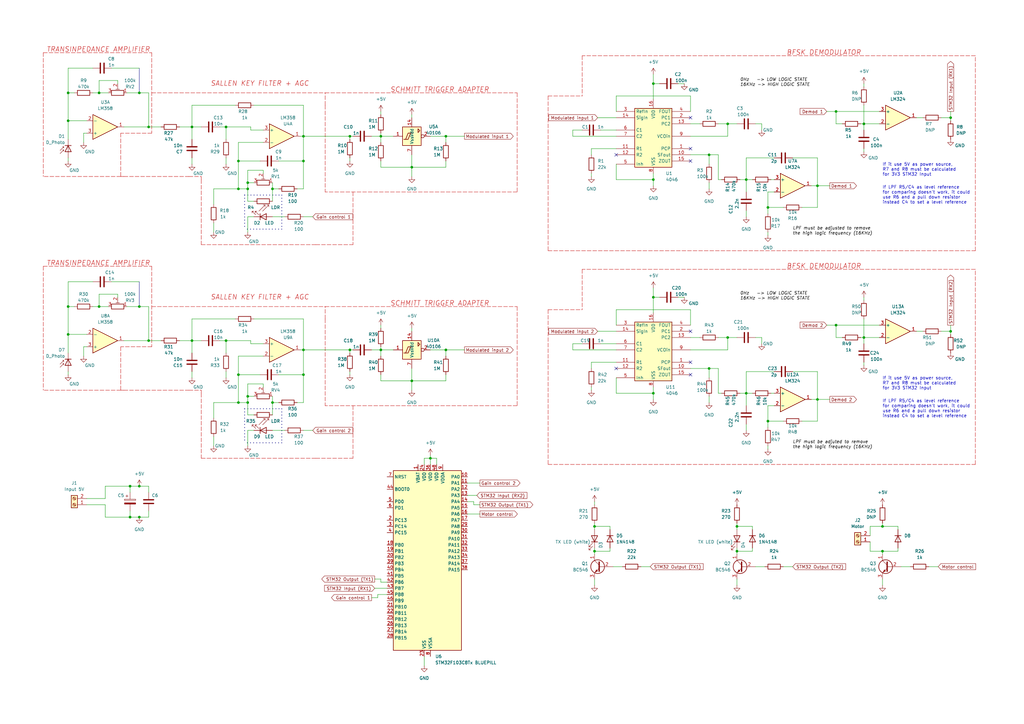
<source format=kicad_sch>
(kicad_sch (version 20230121) (generator eeschema)
  (paper "A3")
  (title_block (title "BFSK for VLC link") (date "2023-09-30") (rev "2") (company "Designer: Alan Vel"))
  (junction (at 335.28 163.83))
  (junction (at 290.83 63.5))
  (junction (at 57.15 125.73))
  (junction (at 156.21 55.88))
  (junction (at 314.96 172.72))
  (junction (at 302.26 215.9))
  (junction (at 176.53 187.96))
  (junction (at 53.34 212.09))
  (junction (at 354.33 50.8))
  (junction (at 389.89 135.89))
  (junction (at 354.33 138.43))
  (junction (at 298.45 50.8))
  (junction (at 342.9 133.35))
  (junction (at 124.46 143.51))
  (junction (at 335.28 76.2))
  (junction (at 168.91 68.58))
  (junction (at 306.07 161.29))
  (junction (at 40.64 38.1))
  (junction (at 97.79 165.1))
  (junction (at 101.6 165.1))
  (junction (at 143.51 55.88))
  (junction (at 57.15 38.1))
  (junction (at 78.74 139.7))
  (junction (at 302.26 226.06))
  (junction (at 267.97 121.92))
  (junction (at 124.46 55.88))
  (junction (at 156.21 143.51))
  (junction (at 124.46 153.67))
  (junction (at 60.96 52.07))
  (junction (at 111.76 77.47))
  (junction (at 168.91 156.21))
  (junction (at 92.71 52.07))
  (junction (at 267.97 73.66))
  (junction (at 111.76 165.1))
  (junction (at 243.84 215.9))
  (junction (at 97.79 66.04))
  (junction (at 361.95 215.9))
  (junction (at 182.88 143.51))
  (junction (at 267.97 34.29))
  (junction (at 124.46 66.04))
  (junction (at 57.15 199.39))
  (junction (at 101.6 162.56))
  (junction (at 101.6 77.47))
  (junction (at 60.96 139.7))
  (junction (at 182.88 55.88))
  (junction (at 78.74 52.07))
  (junction (at 298.45 138.43))
  (junction (at 267.97 161.29))
  (junction (at 243.84 226.06))
  (junction (at 389.89 48.26))
  (junction (at 27.94 137.16))
  (junction (at 40.64 125.73))
  (junction (at 53.34 199.39))
  (junction (at 306.07 73.66))
  (junction (at 92.71 139.7))
  (junction (at 290.83 151.13))
  (junction (at 27.94 125.73))
  (junction (at 27.94 38.1))
  (junction (at 101.6 74.93))
  (junction (at 27.94 49.53))
  (junction (at 342.9 45.72))
  (junction (at 143.51 143.51))
  (junction (at 314.96 85.09))
  (junction (at 97.79 153.67))
  (junction (at 57.15 212.09))
  (junction (at 97.79 77.47))
  (junction (at 361.95 226.06))
  (no_connect (at 283.21 148.59))
  (no_connect (at 283.21 153.67))
  (no_connect (at 252.73 63.5))
  (no_connect (at 252.73 151.13))
  (no_connect (at 283.21 135.89))
  (no_connect (at 283.21 48.26))
  (no_connect (at 283.21 60.96))
  (no_connect (at 283.21 66.04))
  (wire (pts (xy 314.96 172.72) (xy 314.96 166.37)))
  (polyline (pts (xy 17.78 109.22) (xy 17.78 160.02)) (stroke (width 0) (type dash) (color 194 0 0 1)))
  (wire (pts (xy 243.84 226.06) (xy 250.19 226.06)))
  (wire (pts (xy 266.7 232.41) (xy 262.89 232.41)))
  (wire (pts (xy 278.13 121.92) (xy 280.67 121.92)))
  (wire (pts (xy 27.94 49.53) (xy 35.56 49.53)))
  (wire (pts (xy 267.97 71.12) (xy 267.97 73.66)))
  (wire (pts (xy 325.12 152.4) (xy 335.28 152.4)))
  (wire (pts (xy 243.84 226.06) (xy 243.84 224.79)))
  (wire (pts (xy 245.11 48.26) (xy 252.73 48.26)))
  (wire (pts (xy 152.4 55.88) (xy 156.21 55.88)))
  (wire (pts (xy 90.17 52.07) (xy 92.71 52.07)))
  (wire (pts (xy 43.18 199.39) (xy 53.34 199.39)))
  (wire (pts (xy 53.34 212.09) (xy 53.34 209.55)))
  (wire (pts (xy 243.84 214.63) (xy 243.84 215.9)))
  (wire (pts (xy 314.96 95.25) (xy 314.96 96.52)))
  (wire (pts (xy 298.45 143.51) (xy 298.45 138.43)))
  (polyline (pts (xy 82.55 72.39) (xy 82.55 73.66)) (stroke (width 0) (type dash) (color 194 0 0 1)))
  (wire (pts (xy 328.93 172.72) (xy 335.28 172.72)))
  (wire (pts (xy 111.76 88.9) (xy 116.84 88.9)))
  (wire (pts (xy 302.26 237.49) (xy 302.26 240.03)))
  (bus (pts (xy 100.33 80.01) (xy 100.33 93.98)) (stroke (width 0) (type dot)))
  (wire (pts (xy 48.26 121.92) (xy 48.26 120.65)))
  (polyline (pts (xy 212.09 38.1) (xy 212.09 78.74)) (stroke (width 0) (type dash) (color 194 0 0 1)))
  (wire (pts (xy 345.44 138.43) (xy 342.9 138.43)))
  (wire (pts (xy 97.79 77.47) (xy 101.6 77.47)))
  (wire (pts (xy 156.21 237.49) (xy 156.21 238.76)))
  (wire (pts (xy 92.71 52.07) (xy 102.87 52.07)))
  (wire (pts (xy 242.57 71.12) (xy 242.57 72.39)))
  (wire (pts (xy 154.94 243.84) (xy 158.75 243.84)))
  (wire (pts (xy 121.92 165.1) (xy 124.46 165.1)))
  (wire (pts (xy 182.88 153.67) (xy 182.88 156.21)))
  (wire (pts (xy 303.53 73.66) (xy 306.07 73.66)))
  (wire (pts (xy 255.27 232.41) (xy 251.46 232.41)))
  (wire (pts (xy 295.91 161.29) (xy 294.64 161.29)))
  (polyline (pts (xy 129.54 100.33) (xy 93.98 100.33)) (stroke (width 0) (type dash) (color 194 0 0 1)))
  (wire (pts (xy 78.74 64.77) (xy 78.74 67.31)))
  (polyline (pts (xy 62.23 142.24) (xy 49.53 142.24)) (stroke (width 0) (type dash) (color 194 0 0 1)))
  (wire (pts (xy 60.96 139.7) (xy 66.04 139.7)))
  (wire (pts (xy 107.95 157.48) (xy 101.6 157.48)))
  (wire (pts (xy 267.97 121.92) (xy 270.51 121.92)))
  (wire (pts (xy 314.96 85.09) (xy 314.96 78.74)))
  (polyline (pts (xy 49.53 142.24) (xy 49.53 160.02)) (stroke (width 0) (type dash) (color 194 0 0 1)))
  (wire (pts (xy 290.83 63.5) (xy 294.64 63.5)))
  (wire (pts (xy 97.79 66.04) (xy 97.79 77.47)))
  (wire (pts (xy 101.6 69.85) (xy 101.6 74.93)))
  (wire (pts (xy 325.12 64.77) (xy 335.28 64.77)))
  (wire (pts (xy 156.21 55.88) (xy 156.21 58.42)))
  (polyline (pts (xy 212.09 125.73) (xy 212.09 166.37)) (stroke (width 0) (type dash) (color 194 0 0 1)))
  (polyline (pts (xy 133.35 125.73) (xy 212.09 125.73)) (stroke (width 0) (type dash) (color 194 0 0 1)))
  (wire (pts (xy 252.73 161.29) (xy 267.97 161.29)))
  (wire (pts (xy 87.63 77.47) (xy 97.79 77.47)))
  (polyline (pts (xy 82.55 73.66) (xy 82.55 100.33)) (stroke (width 0) (type dash) (color 194 0 0 1)))
  (wire (pts (xy 250.19 217.17) (xy 250.19 215.9)))
  (wire (pts (xy 306.07 161.29) (xy 308.61 161.29)))
  (wire (pts (xy 295.91 73.66) (xy 294.64 73.66)))
  (wire (pts (xy 290.83 63.5) (xy 290.83 67.31)))
  (wire (pts (xy 107.95 69.85) (xy 101.6 69.85)))
  (wire (pts (xy 182.88 58.42) (xy 182.88 55.88)))
  (wire (pts (xy 316.23 161.29) (xy 317.5 161.29)))
  (wire (pts (xy 60.96 125.73) (xy 60.96 139.7)))
  (wire (pts (xy 252.73 39.37) (xy 283.21 39.37)))
  (polyline (pts (xy 144.78 166.37) (xy 144.78 187.96)) (stroke (width 0) (type dash) (color 194 0 0 1)))
  (wire (pts (xy 335.28 85.09) (xy 335.28 76.2)))
  (wire (pts (xy 156.21 55.88) (xy 161.29 55.88)))
  (wire (pts (xy 38.1 115.57) (xy 27.94 115.57)))
  (wire (pts (xy 57.15 199.39) (xy 60.96 199.39)))
  (wire (pts (xy 121.92 77.47) (xy 124.46 77.47)))
  (wire (pts (xy 267.97 34.29) (xy 267.97 40.64)))
  (polyline (pts (xy 77.47 72.39) (xy 82.55 72.39)) (stroke (width 0) (type dash) (color 194 0 0 1)))
  (polyline (pts (xy 50.8 72.39) (xy 77.47 72.39)) (stroke (width 0) (type dash) (color 194 0 0 1)))
  (wire (pts (xy 27.94 64.77) (xy 27.94 66.04)))
  (wire (pts (xy 111.76 165.1) (xy 111.76 170.18)))
  (wire (pts (xy 335.28 172.72) (xy 335.28 163.83)))
  (wire (pts (xy 176.53 143.51) (xy 182.88 143.51)))
  (wire (pts (xy 97.79 146.05) (xy 107.95 146.05)))
  (wire (pts (xy 38.1 125.73) (xy 40.64 125.73)))
  (wire (pts (xy 27.94 57.15) (xy 27.94 49.53)))
  (wire (pts (xy 354.33 138.43) (xy 360.68 138.43)))
  (wire (pts (xy 191.77 198.12) (xy 196.85 198.12)))
  (wire (pts (xy 124.46 55.88) (xy 143.51 55.88)))
  (wire (pts (xy 111.76 176.53) (xy 116.84 176.53)))
  (polyline (pts (xy 133.35 38.1) (xy 212.09 38.1)) (stroke (width 0) (type dash) (color 194 0 0 1)))
  (polyline (pts (xy 400.05 22.86) (xy 238.76 22.86)) (stroke (width 0) (type dash) (color 194 0 0 1)))
  (wire (pts (xy 101.6 157.48) (xy 101.6 162.56)))
  (wire (pts (xy 101.6 170.18) (xy 104.14 170.18)))
  (wire (pts (xy 298.45 50.8) (xy 302.26 50.8)))
  (wire (pts (xy 60.96 199.39) (xy 60.96 201.93)))
  (wire (pts (xy 124.46 66.04) (xy 124.46 77.47)))
  (wire (pts (xy 298.45 55.88) (xy 298.45 50.8)))
  (polyline (pts (xy 133.35 130.81) (xy 133.35 125.73)) (stroke (width 0) (type dash) (color 194 0 0 1)))
  (wire (pts (xy 242.57 158.75) (xy 242.57 160.02)))
  (wire (pts (xy 173.99 269.24) (xy 173.99 273.05)))
  (wire (pts (xy 335.28 76.2) (xy 340.36 76.2)))
  (wire (pts (xy 97.79 153.67) (xy 106.68 153.67)))
  (wire (pts (xy 302.26 214.63) (xy 302.26 215.9)))
  (wire (pts (xy 243.84 237.49) (xy 243.84 240.03)))
  (wire (pts (xy 176.53 187.96) (xy 176.53 190.5)))
  (wire (pts (xy 267.97 34.29) (xy 270.51 34.29)))
  (wire (pts (xy 52.07 38.1) (xy 57.15 38.1)))
  (wire (pts (xy 290.83 165.1) (xy 290.83 162.56)))
  (wire (pts (xy 368.3 224.79) (xy 368.3 226.06)))
  (polyline (pts (xy 62.23 109.22) (xy 62.23 142.24)) (stroke (width 0) (type dash) (color 194 0 0 1)))
  (wire (pts (xy 156.21 45.72) (xy 156.21 46.99)))
  (wire (pts (xy 34.29 142.24) (xy 35.56 142.24)))
  (wire (pts (xy 104.14 162.56) (xy 101.6 162.56)))
  (polyline (pts (xy 133.35 43.18) (xy 133.35 38.1)) (stroke (width 0) (type dash) (color 194 0 0 1)))
  (wire (pts (xy 57.15 115.57) (xy 57.15 125.73)) (stroke (width 0) (color 0 0 132 1)))
  (wire (pts (xy 283.21 151.13) (xy 290.83 151.13)))
  (wire (pts (xy 124.46 153.67) (xy 124.46 165.1)))
  (wire (pts (xy 354.33 148.59) (xy 354.33 149.86)))
  (wire (pts (xy 114.3 153.67) (xy 124.46 153.67)))
  (wire (pts (xy 107.95 69.85) (xy 107.95 71.12)))
  (wire (pts (xy 302.26 224.79) (xy 302.26 226.06)))
  (wire (pts (xy 97.79 146.05) (xy 97.79 153.67)))
  (wire (pts (xy 353.06 50.8) (xy 354.33 50.8)))
  (wire (pts (xy 314.96 182.88) (xy 314.96 184.15)))
  (wire (pts (xy 168.91 134.62) (xy 168.91 135.89)))
  (wire (pts (xy 335.28 163.83) (xy 332.74 163.83)))
  (wire (pts (xy 156.21 143.51) (xy 161.29 143.51)))
  (wire (pts (xy 238.76 53.34) (xy 234.95 53.34)))
  (polyline (pts (xy 17.78 21.59) (xy 17.78 72.39)) (stroke (width 0) (type dash) (color 194 0 0 1)))
  (wire (pts (xy 92.71 52.07) (xy 92.71 57.15)))
  (wire (pts (xy 101.6 182.88) (xy 101.6 176.53)))
  (wire (pts (xy 309.88 138.43) (xy 312.42 138.43)))
  (wire (pts (xy 314.96 87.63) (xy 314.96 85.09)))
  (wire (pts (xy 156.21 66.04) (xy 156.21 68.58)))
  (polyline (pts (xy 82.55 161.29) (xy 82.55 187.96)) (stroke (width 0) (type dash) (color 194 0 0 1)))
  (wire (pts (xy 356.87 215.9) (xy 361.95 215.9)))
  (wire (pts (xy 40.64 125.73) (xy 44.45 125.73)))
  (polyline (pts (xy 224.79 39.37) (xy 224.79 102.87)) (stroke (width 0) (type dash) (color 194 0 0 1)))
  (polyline (pts (xy 238.76 110.49) (xy 238.76 127)) (stroke (width 0) (type dash) (color 194 0 0 1)))
  (wire (pts (xy 34.29 58.42) (xy 34.29 54.61)))
  (wire (pts (xy 250.19 226.06) (xy 250.19 224.79)))
  (wire (pts (xy 342.9 45.72) (xy 360.68 45.72)))
  (wire (pts (xy 111.76 77.47) (xy 114.3 77.47)))
  (polyline (pts (xy 133.35 43.18) (xy 133.35 78.74)) (stroke (width 0) (type dash) (color 194 0 0 1)))
  (wire (pts (xy 101.6 176.53) (xy 104.14 176.53)))
  (wire (pts (xy 314.96 175.26) (xy 314.96 172.72)))
  (wire (pts (xy 267.97 30.48) (xy 267.97 34.29)))
  (wire (pts (xy 48.26 33.02) (xy 40.64 33.02)))
  (wire (pts (xy 143.51 143.51) (xy 144.78 143.51)))
  (wire (pts (xy 101.6 95.25) (xy 101.6 88.9)))
  (wire (pts (xy 111.76 165.1) (xy 114.3 165.1)))
  (wire (pts (xy 234.95 140.97) (xy 234.95 143.51)))
  (polyline (pts (xy 77.47 160.02) (xy 82.55 160.02)) (stroke (width 0) (type dash) (color 194 0 0 1)))
  (bus (pts (xy 100.33 80.01) (xy 115.57 80.01)) (stroke (width 0) (type dot)))
  (wire (pts (xy 27.94 137.16) (xy 35.56 137.16)))
  (wire (pts (xy 101.6 74.93) (xy 101.6 77.47)))
  (wire (pts (xy 27.94 152.4) (xy 27.94 153.67)))
  (wire (pts (xy 294.64 138.43) (xy 298.45 138.43)))
  (wire (pts (xy 124.46 153.67) (xy 124.46 143.51)))
  (wire (pts (xy 389.89 135.89) (xy 389.89 137.16)))
  (polyline (pts (xy 224.79 190.5) (xy 400.05 190.5)) (stroke (width 0) (type dash) (color 194 0 0 1)))
  (bus (pts (xy 100.33 167.64) (xy 100.33 181.61)) (stroke (width 0) (type dot)))
  (wire (pts (xy 194.31 207.01) (xy 196.85 207.01)))
  (wire (pts (xy 48.26 34.29) (xy 48.26 33.02)))
  (wire (pts (xy 78.74 52.07) (xy 82.55 52.07)))
  (wire (pts (xy 78.74 152.4) (xy 78.74 154.94)))
  (polyline (pts (xy 62.23 125.73) (xy 133.35 125.73)) (stroke (width 0) (type dash) (color 194 0 0 1)))
  (wire (pts (xy 290.83 151.13) (xy 294.64 151.13)))
  (polyline (pts (xy 62.23 21.59) (xy 62.23 54.61)) (stroke (width 0) (type dash) (color 194 0 0 1)))
  (wire (pts (xy 40.64 120.65) (xy 40.64 125.73)))
  (wire (pts (xy 294.64 50.8) (xy 298.45 50.8)))
  (polyline (pts (xy 224.79 39.37) (xy 238.76 39.37)) (stroke (width 0) (type dash) (color 194 0 0 1)))
  (wire (pts (xy 43.18 204.47) (xy 43.18 199.39)))
  (polyline (pts (xy 129.54 187.96) (xy 144.78 187.96)) (stroke (width 0) (type dash) (color 194 0 0 1)))
  (wire (pts (xy 102.87 140.97) (xy 107.95 140.97)))
  (wire (pts (xy 111.76 77.47) (xy 111.76 82.55)))
  (polyline (pts (xy 133.35 130.81) (xy 133.35 166.37)) (stroke (width 0) (type dash) (color 194 0 0 1)))
  (wire (pts (xy 267.97 121.92) (xy 267.97 128.27)))
  (wire (pts (xy 302.26 215.9) (xy 302.26 217.17)))
  (polyline (pts (xy 82.55 160.02) (xy 82.55 161.29)) (stroke (width 0) (type dash) (color 194 0 0 1)))
  (wire (pts (xy 60.96 38.1) (xy 57.15 38.1)))
  (wire (pts (xy 124.46 88.9) (xy 128.27 88.9)))
  (wire (pts (xy 389.89 48.26) (xy 389.89 49.53)))
  (wire (pts (xy 156.21 133.35) (xy 156.21 134.62)))
  (wire (pts (xy 87.63 91.44) (xy 87.63 95.25)))
  (wire (pts (xy 143.51 152.4) (xy 143.51 153.67)))
  (wire (pts (xy 306.07 152.4) (xy 306.07 161.29)))
  (wire (pts (xy 306.07 73.66) (xy 308.61 73.66)))
  (wire (pts (xy 153.67 237.49) (xy 156.21 237.49)))
  (wire (pts (xy 156.21 238.76) (xy 158.75 238.76)))
  (wire (pts (xy 90.17 139.7) (xy 92.71 139.7)))
  (wire (pts (xy 312.42 50.8) (xy 312.42 53.34)))
  (wire (pts (xy 384.81 232.41) (xy 381 232.41)))
  (wire (pts (xy 306.07 161.29) (xy 306.07 166.37)))
  (wire (pts (xy 143.51 64.77) (xy 143.51 66.04)))
  (wire (pts (xy 124.46 66.04) (xy 124.46 55.88)))
  (wire (pts (xy 156.21 54.61) (xy 156.21 55.88)))
  (wire (pts (xy 303.53 161.29) (xy 306.07 161.29)))
  (wire (pts (xy 267.97 158.75) (xy 267.97 161.29)))
  (wire (pts (xy 308.61 215.9) (xy 302.26 215.9)))
  (wire (pts (xy 234.95 53.34) (xy 234.95 55.88)))
  (wire (pts (xy 173.99 190.5) (xy 173.99 187.96)))
  (wire (pts (xy 316.23 73.66) (xy 317.5 73.66)))
  (wire (pts (xy 283.21 143.51) (xy 298.45 143.51)))
  (wire (pts (xy 328.93 85.09) (xy 335.28 85.09)))
  (wire (pts (xy 30.48 38.1) (xy 27.94 38.1)))
  (wire (pts (xy 356.87 226.06) (xy 361.95 226.06)))
  (wire (pts (xy 246.38 140.97) (xy 252.73 140.97)))
  (wire (pts (xy 342.9 133.35) (xy 360.68 133.35)))
  (wire (pts (xy 267.97 73.66) (xy 267.97 76.2)))
  (wire (pts (xy 302.26 226.06) (xy 302.26 227.33)))
  (wire (pts (xy 45.72 115.57) (xy 57.15 115.57)))
  (wire (pts (xy 283.21 39.37) (xy 283.21 45.72)))
  (wire (pts (xy 35.56 204.47) (xy 43.18 204.47)))
  (wire (pts (xy 124.46 176.53) (xy 128.27 176.53)))
  (wire (pts (xy 156.21 143.51) (xy 156.21 146.05)))
  (wire (pts (xy 182.88 66.04) (xy 182.88 68.58)))
  (wire (pts (xy 124.46 130.81) (xy 124.46 143.51)))
  (wire (pts (xy 354.33 50.8) (xy 360.68 50.8)))
  (wire (pts (xy 27.94 38.1) (xy 27.94 49.53)))
  (wire (pts (xy 250.19 215.9) (xy 243.84 215.9)))
  (wire (pts (xy 267.97 161.29) (xy 267.97 163.83)))
  (wire (pts (xy 101.6 88.9) (xy 104.14 88.9)))
  (wire (pts (xy 60.96 125.73) (xy 57.15 125.73)))
  (polyline (pts (xy 49.53 72.39) (xy 50.8 72.39)) (stroke (width 0) (type dash) (color 194 0 0 1)))
  (wire (pts (xy 156.21 142.24) (xy 156.21 143.51)))
  (wire (pts (xy 168.91 46.99) (xy 168.91 48.26)))
  (wire (pts (xy 356.87 222.25) (xy 356.87 226.06)))
  (wire (pts (xy 73.66 139.7) (xy 78.74 139.7)))
  (wire (pts (xy 27.94 115.57) (xy 27.94 125.73)))
  (wire (pts (xy 168.91 63.5) (xy 168.91 68.58)))
  (wire (pts (xy 179.07 190.5) (xy 179.07 187.96)))
  (wire (pts (xy 97.79 58.42) (xy 97.79 66.04)))
  (wire (pts (xy 176.53 187.96) (xy 176.53 186.69)))
  (wire (pts (xy 78.74 130.81) (xy 78.74 139.7)))
  (wire (pts (xy 87.63 165.1) (xy 87.63 171.45)))
  (wire (pts (xy 386.08 135.89) (xy 389.89 135.89)))
  (wire (pts (xy 368.3 217.17) (xy 368.3 215.9)))
  (wire (pts (xy 60.96 38.1) (xy 60.96 52.07)))
  (wire (pts (xy 60.96 212.09) (xy 60.96 209.55)))
  (wire (pts (xy 57.15 27.94) (xy 57.15 38.1)) (stroke (width 0) (color 0 0 132 1)))
  (wire (pts (xy 50.8 52.07) (xy 60.96 52.07)))
  (wire (pts (xy 182.88 68.58) (xy 168.91 68.58)))
  (polyline (pts (xy 49.53 54.61) (xy 49.53 72.39)) (stroke (width 0) (type dash) (color 194 0 0 1)))
  (wire (pts (xy 111.76 77.47) (xy 111.76 74.93)))
  (polyline (pts (xy 49.53 160.02) (xy 17.78 160.02)) (stroke (width 0) (type dash) (color 194 0 0 1)))
  (wire (pts (xy 335.28 152.4) (xy 335.28 163.83)))
  (wire (pts (xy 308.61 224.79) (xy 308.61 226.06)))
  (wire (pts (xy 30.48 125.73) (xy 27.94 125.73)))
  (wire (pts (xy 245.11 135.89) (xy 252.73 135.89)))
  (wire (pts (xy 283.21 50.8) (xy 287.02 50.8)))
  (wire (pts (xy 168.91 151.13) (xy 168.91 156.21)))
  (wire (pts (xy 38.1 27.94) (xy 27.94 27.94)))
  (wire (pts (xy 53.34 212.09) (xy 57.15 212.09)))
  (wire (pts (xy 267.97 118.11) (xy 267.97 121.92)))
  (wire (pts (xy 314.96 78.74) (xy 317.5 78.74)))
  (wire (pts (xy 107.95 157.48) (xy 107.95 158.75)))
  (wire (pts (xy 96.52 43.18) (xy 78.74 43.18)))
  (polyline (pts (xy 224.79 102.87) (xy 400.05 102.87)) (stroke (width 0) (type dash) (color 194 0 0 1)))
  (polyline (pts (xy 50.8 160.02) (xy 77.47 160.02)) (stroke (width 0) (type dash) (color 194 0 0 1)))
  (wire (pts (xy 104.14 74.93) (xy 101.6 74.93)))
  (wire (pts (xy 156.21 156.21) (xy 168.91 156.21)))
  (wire (pts (xy 96.52 130.81) (xy 78.74 130.81)))
  (wire (pts (xy 143.51 55.88) (xy 143.51 57.15)))
  (wire (pts (xy 373.38 232.41) (xy 369.57 232.41)))
  (wire (pts (xy 283.21 55.88) (xy 298.45 55.88)))
  (wire (pts (xy 191.77 210.82) (xy 196.85 210.82)))
  (wire (pts (xy 97.79 58.42) (xy 107.95 58.42)))
  (wire (pts (xy 40.64 38.1) (xy 44.45 38.1)))
  (wire (pts (xy 101.6 77.47) (xy 101.6 82.55)))
  (wire (pts (xy 314.96 166.37) (xy 317.5 166.37)))
  (polyline (pts (xy 224.79 127) (xy 224.79 190.5)) (stroke (width 0) (type dash) (color 194 0 0 1)))
  (wire (pts (xy 342.9 50.8) (xy 342.9 45.72)))
  (wire (pts (xy 45.72 27.94) (xy 57.15 27.94)))
  (wire (pts (xy 335.28 64.77) (xy 335.28 76.2)))
  (wire (pts (xy 101.6 162.56) (xy 101.6 165.1)))
  (wire (pts (xy 361.95 237.49) (xy 361.95 240.03)))
  (wire (pts (xy 34.29 54.61) (xy 35.56 54.61)))
  (polyline (pts (xy 224.79 127) (xy 238.76 127)) (stroke (width 0) (type dash) (color 194 0 0 1)))
  (wire (pts (xy 356.87 219.71) (xy 356.87 215.9)))
  (wire (pts (xy 179.07 187.96) (xy 176.53 187.96)))
  (polyline (pts (xy 129.54 100.33) (xy 144.78 100.33)) (stroke (width 0) (type dash) (color 194 0 0 1)))
  (wire (pts (xy 290.83 151.13) (xy 290.83 154.94)))
  (polyline (pts (xy 238.76 22.86) (xy 238.76 39.37)) (stroke (width 0) (type dash) (color 194 0 0 1)))
  (polyline (pts (xy 82.55 187.96) (xy 93.98 187.96)) (stroke (width 0) (type dash) (color 194 0 0 1)))
  (wire (pts (xy 101.6 82.55) (xy 104.14 82.55)))
  (wire (pts (xy 283.21 138.43) (xy 287.02 138.43)))
  (wire (pts (xy 194.31 205.74) (xy 194.31 207.01)))
  (wire (pts (xy 278.13 34.29) (xy 280.67 34.29)))
  (wire (pts (xy 238.76 140.97) (xy 234.95 140.97)))
  (polyline (pts (xy 49.53 72.39) (xy 17.78 72.39)) (stroke (width 0) (type dash) (color 194 0 0 1)))
  (wire (pts (xy 252.73 127) (xy 283.21 127)))
  (wire (pts (xy 182.88 55.88) (xy 190.5 55.88)))
  (wire (pts (xy 124.46 55.88) (xy 123.19 55.88)))
  (wire (pts (xy 87.63 165.1) (xy 97.79 165.1)))
  (wire (pts (xy 389.89 133.35) (xy 389.89 135.89)))
  (wire (pts (xy 102.87 139.7) (xy 102.87 140.97)))
  (wire (pts (xy 78.74 43.18) (xy 78.74 52.07)))
  (wire (pts (xy 43.18 212.09) (xy 53.34 212.09)))
  (wire (pts (xy 156.21 153.67) (xy 156.21 156.21)))
  (wire (pts (xy 283.21 127) (xy 283.21 133.35)))
  (wire (pts (xy 354.33 140.97) (xy 354.33 138.43)))
  (wire (pts (xy 375.92 135.89) (xy 378.46 135.89)))
  (wire (pts (xy 92.71 139.7) (xy 102.87 139.7)))
  (wire (pts (xy 191.77 205.74) (xy 194.31 205.74)))
  (wire (pts (xy 368.3 226.06) (xy 361.95 226.06)))
  (wire (pts (xy 53.34 199.39) (xy 53.34 201.93)))
  (wire (pts (xy 52.07 125.73) (xy 57.15 125.73)))
  (wire (pts (xy 97.79 165.1) (xy 101.6 165.1)))
  (wire (pts (xy 111.76 165.1) (xy 111.76 162.56)))
  (wire (pts (xy 92.71 139.7) (xy 92.71 144.78)))
  (wire (pts (xy 27.94 27.94) (xy 27.94 38.1)))
  (wire (pts (xy 173.99 187.96) (xy 176.53 187.96)))
  (wire (pts (xy 308.61 226.06) (xy 302.26 226.06)))
  (wire (pts (xy 308.61 217.17) (xy 308.61 215.9)))
  (wire (pts (xy 104.14 43.18) (xy 124.46 43.18)))
  (wire (pts (xy 354.33 53.34) (xy 354.33 50.8)))
  (wire (pts (xy 27.94 125.73) (xy 27.94 137.16)))
  (polyline (pts (xy 400.05 102.87) (xy 400.05 22.86)) (stroke (width 0) (type dash) (color 194 0 0 1)))
  (wire (pts (xy 182.88 143.51) (xy 190.5 143.51)))
  (wire (pts (xy 38.1 38.1) (xy 40.64 38.1)))
  (wire (pts (xy 92.71 64.77) (xy 92.71 67.31)))
  (wire (pts (xy 342.9 133.35) (xy 339.09 133.35)))
  (polyline (pts (xy 129.54 187.96) (xy 93.98 187.96)) (stroke (width 0) (type dash) (color 194 0 0 1)))
  (wire (pts (xy 57.15 212.09) (xy 60.96 212.09)))
  (wire (pts (xy 53.34 199.39) (xy 57.15 199.39)))
  (wire (pts (xy 114.3 66.04) (xy 124.46 66.04)))
  (wire (pts (xy 191.77 203.2) (xy 195.58 203.2)))
  (wire (pts (xy 243.84 205.74) (xy 243.84 207.01)))
  (wire (pts (xy 97.79 66.04) (xy 106.68 66.04)))
  (wire (pts (xy 386.08 48.26) (xy 389.89 48.26)))
  (wire (pts (xy 309.88 50.8) (xy 312.42 50.8)))
  (wire (pts (xy 354.33 60.96) (xy 354.33 62.23)))
  (wire (pts (xy 153.67 241.3) (xy 158.75 241.3)))
  (wire (pts (xy 92.71 152.4) (xy 92.71 154.94)))
  (polyline (pts (xy 82.55 100.33) (xy 93.98 100.33)) (stroke (width 0) (type dash) (color 194 0 0 1)))
  (wire (pts (xy 252.73 73.66) (xy 267.97 73.66)))
  (wire (pts (xy 252.73 133.35) (xy 252.73 127)))
  (wire (pts (xy 87.63 77.47) (xy 87.63 83.82)))
  (bus (pts (xy 115.57 80.01) (xy 115.57 93.98)) (stroke (width 0) (type dot)))
  (wire (pts (xy 252.73 60.96) (xy 242.57 60.96)))
  (bus (pts (xy 100.33 167.64) (xy 115.57 167.64)) (stroke (width 0) (type dot)))
  (wire (pts (xy 124.46 43.18) (xy 124.46 55.88)))
  (wire (pts (xy 252.73 154.94) (xy 252.73 161.29)))
  (wire (pts (xy 143.51 143.51) (xy 143.51 144.78)))
  (wire (pts (xy 283.21 63.5) (xy 290.83 63.5)))
  (bus (pts (xy 115.57 93.98) (xy 100.33 93.98)) (stroke (width 0) (type dot)))
  (wire (pts (xy 354.33 43.18) (xy 354.33 50.8)))
  (wire (pts (xy 353.06 138.43) (xy 354.33 138.43)))
  (wire (pts (xy 124.46 143.51) (xy 143.51 143.51)))
  (wire (pts (xy 246.38 53.34) (xy 252.73 53.34)))
  (wire (pts (xy 354.33 130.81) (xy 354.33 138.43)))
  (wire (pts (xy 368.3 215.9) (xy 361.95 215.9)))
  (wire (pts (xy 375.92 48.26) (xy 378.46 48.26)))
  (wire (pts (xy 252.73 45.72) (xy 252.73 39.37)))
  (wire (pts (xy 35.56 207.01) (xy 43.18 207.01)))
  (wire (pts (xy 34.29 146.05) (xy 34.29 142.24)))
  (wire (pts (xy 156.21 68.58) (xy 168.91 68.58)))
  (wire (pts (xy 361.95 214.63) (xy 361.95 215.9)))
  (wire (pts (xy 294.64 161.29) (xy 294.64 151.13)))
  (wire (pts (xy 124.46 143.51) (xy 123.19 143.51)))
  (wire (pts (xy 73.66 52.07) (xy 78.74 52.07)))
  (wire (pts (xy 242.57 148.59) (xy 242.57 151.13)))
  (wire (pts (xy 317.5 64.77) (xy 306.07 64.77)))
  (wire (pts (xy 243.84 215.9) (xy 243.84 217.17)))
  (polyline (pts (xy 62.23 38.1) (xy 133.35 38.1)) (stroke (width 0) (type dash) (color 194 0 0 1)))
  (wire (pts (xy 168.91 156.21) (xy 168.91 160.02)))
  (wire (pts (xy 312.42 138.43) (xy 312.42 140.97)))
  (wire (pts (xy 87.63 179.07) (xy 87.63 182.88)))
  (wire (pts (xy 168.91 68.58) (xy 168.91 72.39)))
  (wire (pts (xy 306.07 73.66) (xy 306.07 78.74)))
  (wire (pts (xy 154.94 245.11) (xy 154.94 243.84)))
  (wire (pts (xy 234.95 55.88) (xy 252.73 55.88)))
  (polyline (pts (xy 144.78 78.74) (xy 144.78 100.33)) (stroke (width 0) (type dash) (color 194 0 0 1)))
  (wire (pts (xy 294.64 73.66) (xy 294.64 63.5)))
  (wire (pts (xy 176.53 55.88) (xy 182.88 55.88)))
  (wire (pts (xy 252.73 148.59) (xy 242.57 148.59)))
  (wire (pts (xy 78.74 139.7) (xy 82.55 139.7)))
  (wire (pts (xy 182.88 146.05) (xy 182.88 143.51)))
  (wire (pts (xy 317.5 152.4) (xy 306.07 152.4)))
  (wire (pts (xy 50.8 139.7) (xy 60.96 139.7)))
  (wire (pts (xy 354.33 34.29) (xy 354.33 35.56)))
  (wire (pts (xy 40.64 33.02) (xy 40.64 38.1)))
  (wire (pts (xy 101.6 165.1) (xy 101.6 170.18)))
  (wire (pts (xy 306.07 173.99) (xy 306.07 176.53)))
  (polyline (pts (xy 400.05 110.49) (xy 238.76 110.49)) (stroke (width 0) (type dash) (color 194 0 0 1)))
  (wire (pts (xy 234.95 143.51) (xy 252.73 143.51)))
  (wire (pts (xy 314.96 172.72) (xy 321.31 172.72)))
  (polyline (pts (xy 212.09 166.37) (xy 133.35 166.37)) (stroke (width 0) (type dash) (color 194 0 0 1)))
  (wire (pts (xy 342.9 45.72) (xy 339.09 45.72)))
  (wire (pts (xy 27.94 144.78) (xy 27.94 137.16)))
  (polyline (pts (xy 49.53 160.02) (xy 50.8 160.02)) (stroke (width 0) (type dash) (color 194 0 0 1)))
  (polyline (pts (xy 17.78 109.22) (xy 62.23 109.22)) (stroke (width 0) (type dash) (color 194 0 0 1)))
  (polyline (pts (xy 212.09 78.74) (xy 133.35 78.74)) (stroke (width 0) (type dash) (color 194 0 0 1)))
  (wire (pts (xy 102.87 53.34) (xy 107.95 53.34)))
  (polyline (pts (xy 17.78 21.59) (xy 62.23 21.59)) (stroke (width 0) (type dash) (color 194 0 0 1)))
  (wire (pts (xy 97.79 153.67) (xy 97.79 165.1)))
  (wire (pts (xy 306.07 86.36) (xy 306.07 88.9)))
  (wire (pts (xy 78.74 139.7) (xy 78.74 144.78)))
  (wire (pts (xy 243.84 226.06) (xy 243.84 227.33)))
  (wire (pts (xy 104.14 130.81) (xy 124.46 130.81)))
  (wire (pts (xy 43.18 207.01) (xy 43.18 212.09)))
  (wire (pts (xy 252.73 67.31) (xy 252.73 73.66)))
  (wire (pts (xy 354.33 121.92) (xy 354.33 123.19)))
  (wire (pts (xy 389.89 45.72) (xy 389.89 48.26)))
  (wire (pts (xy 78.74 52.07) (xy 78.74 57.15)))
  (wire (pts (xy 48.26 120.65) (xy 40.64 120.65)))
  (wire (pts (xy 143.51 55.88) (xy 144.78 55.88)))
  (wire (pts (xy 314.96 85.09) (xy 321.31 85.09)))
  (wire (pts (xy 361.95 226.06) (xy 361.95 227.33)))
  (wire (pts (xy 313.69 232.41) (xy 309.88 232.41)))
  (wire (pts (xy 335.28 163.83) (xy 340.36 163.83)))
  (polyline (pts (xy 62.23 54.61) (xy 49.53 54.61)) (stroke (width 0) (type dash) (color 194 0 0 1)))
  (wire (pts (xy 152.4 143.51) (xy 156.21 143.51)))
  (wire (pts (xy 290.83 77.47) (xy 290.83 74.93)))
  (bus (pts (xy 115.57 167.64) (xy 115.57 181.61)) (stroke (width 0) (type dot)))
  (wire (pts (xy 242.57 60.96) (xy 242.57 63.5)))
  (wire (pts (xy 342.9 138.43) (xy 342.9 133.35)))
  (wire (pts (xy 325.12 232.41) (xy 321.31 232.41)))
  (bus (pts (xy 115.57 181.61) (xy 100.33 181.61)) (stroke (width 0) (type dot)))
  (wire (pts (xy 102.87 52.07) (xy 102.87 53.34)))
  (polyline (pts (xy 400.05 190.5) (xy 400.05 110.49)) (stroke (width 0) (type dash) (color 194 0 0 1)))
  (wire (pts (xy 152.4 245.11) (xy 154.94 245.11)))
  (wire (pts (xy 345.44 50.8) (xy 342.9 50.8)))
  (wire (pts (xy 298.45 138.43) (xy 302.26 138.43)))
  (wire (pts (xy 335.28 76.2) (xy 332.74 76.2)))
  (wire (pts (xy 306.07 64.77) (xy 306.07 73.66)))
  (wire (pts (xy 182.88 156.21) (xy 168.91 156.21)))
  (wire (pts (xy 60.96 52.07) (xy 66.04 52.07)))
  (text "0Hz	  -> LOW LOGIC STATE\n16KHz -> HIGH LOGIC STATE" (at 303.53 123.19 0) (effects (font (size 1.27 1.27) italic) (justify left bottom)))
  (text "SALLEN KEY FILTER + AGC" (at 86.36 35.56 0) (effects (font (size 2 2) italic) (justify left bottom)))
  (text "TRANSINPEDANCE AMPLIFIER" (at 19.05 109.22 0) (effects (font (size 2 2) italic) (justify left bottom)))
  (text "SCHMITT TRIGGER ADAPTER" (at 160.02 125.73 0) (effects (font (size 2 2) italic) (justify left bottom)))
  (text "If LPF R5/C4 as level reference \nfor comparing doesn't work, it could\nuse R6 and a pull down resistor\ninstead C4 to set a level reference" (at 361.95 171.45 0) (effects (font (size 1.27 1.27)) (justify left bottom)))
  (text "LPF must be adjusted to remove\nthe high logic frequency (16KHz)" (at 325.12 96.52 0) (effects (font (size 1.27 1.27) italic) (justify left bottom)))
  (text "TRANSINPEDANCE AMPLIFIER" (at 19.05 21.59 0) (effects (font (size 2 2) italic) (justify left bottom)))
  (text "If it use 5V as power source,\nR7 and R8 must be calculated \nfor 3V3 STM32 Input " (at 361.95 160.02 0) (effects (font (size 1.27 1.27)) (justify left bottom)))
  (text "If LPF R5/C4 as level reference \nfor comparing doesn't work, it could\nuse R6 and a pull down resistor\ninstead C4 to set a level reference" (at 361.95 83.82 0) (effects (font (size 1.27 1.27)) (justify left bottom)))
  (text "BFSK DEMODULATOR" (at 322.58 110.49 0) (effects (font (size 2 2) italic) (justify left bottom)))
  (text "SALLEN KEY FILTER + AGC" (at 86.36 123.19 0) (effects (font (size 2 2) italic) (justify left bottom)))
  (text "SCHMITT TRIGGER ADAPTER" (at 160.02 38.1 0) (effects (font (size 2 2) italic) (justify left bottom)))
  (text "LPF must be adjuted to remove\nthe high logic frequency (16KHz)" (at 325.12 184.15 0) (effects (font (size 1.27 1.27) italic) (justify left bottom)))
  (text "0Hz	  -> LOW LOGIC STATE\n16KHz -> HIGH LOGIC STATE" (at 303.53 35.56 0) (effects (font (size 1.27 1.27) italic) (justify left bottom)))
  (text "If it use 5V as power source,\nR7 and R8 must be calculated \nfor 3V3 STM32 Input " (at 361.95 72.39 0) (effects (font (size 1.27 1.27)) (justify left bottom)))
  (text "BFSK DEMODULATOR" (at 322.58 22.86 0) (effects (font (size 2 2) italic) (justify left bottom)))
  (global_label "Modulated input 1" (shape input) (at 245.11 48.26 180) (property "Intersheetrefs" "${INTERSHEET_REFS}" (effects hide)))
  (global_label "STM32 Output (TX1)" (shape output) (at 153.67 237.49 180) (property "Intersheetrefs" "${INTERSHEET_REFS}" (effects hide)))
  (global_label "Motor control" (shape input) (at 384.81 232.41 0) (property "Intersheetrefs" "${INTERSHEET_REFS}" (effects hide)))
  (global_label "Motor control" (shape output) (at 196.85 210.82 0) (property "Intersheetrefs" "${INTERSHEET_REFS}" (effects hide)))
  (global_label "STM32 Input (RX1)" (shape input) (at 153.67 241.3 180) (property "Intersheetrefs" "${INTERSHEET_REFS}" (effects hide)))
  (global_label "STM32 Input (RX2)" (shape output) (at 389.89 133.35 90) (property "Intersheetrefs" "${INTERSHEET_REFS}" (effects hide)))
  (global_label "Demod 2" (shape input) (at 339.09 133.35 180) (property "Intersheetrefs" "${INTERSHEET_REFS}" (effects hide)))
  (global_label "Gain control 2" (shape input) (at 128.27 176.53 0) (property "Intersheetrefs" "${INTERSHEET_REFS}" (effects hide)))
  (global_label "STM32 Input (RX2)" (shape input) (at 195.58 203.2 0) (property "Intersheetrefs" "${INTERSHEET_REFS}" (effects hide)))
  (global_label "Gain control 1" (shape input) (at 128.27 88.9 0) (property "Intersheetrefs" "${INTERSHEET_REFS}" (effects hide)))
  (global_label "Gain control 2" (shape output) (at 196.85 198.12 0) (property "Intersheetrefs" "${INTERSHEET_REFS}" (effects hide)))
  (global_label "Demod 1" (shape input) (at 339.09 45.72 180) (property "Intersheetrefs" "${INTERSHEET_REFS}" (effects hide)))
  (global_label "Gain control 1" (shape output) (at 152.4 245.11 180) (property "Intersheetrefs" "${INTERSHEET_REFS}" (effects hide)))
  (global_label "STM32 Output (TX1)" (shape output) (at 196.85 207.01 0) (property "Intersheetrefs" "${INTERSHEET_REFS}" (effects hide)))
  (global_label "STM32 Input (RX1)" (shape output) (at 389.89 45.72 90) (property "Intersheetrefs" "${INTERSHEET_REFS}" (effects hide)))
  (global_label "STM32 Output (TX2)" (shape input) (at 325.12 232.41 0) (property "Intersheetrefs" "${INTERSHEET_REFS}" (effects hide)))
  (global_label "Modulated input 2" (shape input) (at 245.11 135.89 180) (property "Intersheetrefs" "${INTERSHEET_REFS}" (effects hide)))
  (global_label "STM32 Output (TX1)" (shape input) (at 266.7 232.41 0) (property "Intersheetrefs" "${INTERSHEET_REFS}" (effects hide)))
  (global_label "Demod 2" (shape output) (at 340.36 163.83 0) (property "Intersheetrefs" "${INTERSHEET_REFS}" (effects hide)))
  (global_label "Modulated input 2" (shape output) (at 190.5 143.51 0) (property "Intersheetrefs" "${INTERSHEET_REFS}" (effects hide)))
  (global_label "Modulated input 1" (shape output) (at 190.5 55.88 0) (property "Intersheetrefs" "${INTERSHEET_REFS}" (effects hide)))
  (global_label "Demod 1" (shape output) (at 340.36 76.2 0) (property "Intersheetrefs" "${INTERSHEET_REFS}" (effects hide)))
  (symbol (lib_id "4xxx_IEEE:40106") (at 168.91 143.51 0) (unit 1)
    (property "Reference" "U10" (at 177.8 139.5731 0))
    (property "Value" "40106" (at 177.8 142.1131 0))
  )
  (symbol (lib_id "Device:C") (at 306.07 138.43 90) (unit 1)
    (property "Reference" "C21" (at 304.8 132.08 90) (effects (justify left)))
    (property "Value" "100n" (at 307.34 134.62 90) (effects (justify left)))
  )
  (symbol (lib_id "power:+5V") (at 176.53 186.69 0) (mirror y) (unit 1)
    (property "Reference" "#PWR051" (effects hide))
    (property "Value" "+5V" (at 176.53 181.61 0))
  )
  (symbol (lib_id "Device:C_Polarized") (at 53.34 205.74 0) (unit 1)
    (property "Reference" "C5" (at 48.26 203.2 0) (effects (justify left)))
    (property "Value" "C_Polarized" (effects hide))
  )
  (symbol (lib_id "Device:C") (at 354.33 144.78 180) (unit 1)
    (property "Reference" "C24" (at 360.68 144.78 0) (effects (justify left)))
    (property "Value" "100n" (at 361.95 147.32 0) (effects (justify left)))
  )
  (symbol (lib_id "Device:C") (at 321.31 152.4 90) (unit 1)
    (property "Reference" "C23" (at 318.77 151.13 90) (effects (justify left)))
    (property "Value" "2p" (at 318.77 153.67 90) (effects (justify left)))
  )
  (symbol (lib_id "Device:R") (at 100.33 130.81 90) (unit 1)
    (property "Reference" "R34" (at 101.6 133.35 90) (effects (justify left)))
    (property "Value" "1k" (at 101.6 135.89 90) (effects (justify left)))
  )
  (symbol (lib_id "power:GND") (at 354.33 62.23 0) (unit 1)
    (property "Reference" "#PWR07" (effects hide))
    (property "Value" "GND" (at 358.14 64.77 0))
  )
  (symbol (lib_id "Device:R") (at 382.27 48.26 90) (unit 1)
    (property "Reference" "R7" (at 382.27 50.8 90) (effects (justify left)))
    (property "Value" "DNP" (at 383.54 53.34 90) (effects (justify left)))
  )
  (symbol (lib_id "Device:R") (at 389.89 53.34 180) (unit 1)
    (property "Reference" "R8" (at 394.97 52.07 0) (effects (justify left)))
    (property "Value" "DNP" (at 396.24 54.61 0) (effects (justify left)))
  )
  (symbol (lib_id "power:GND") (at 243.84 240.03 0) (mirror y) (unit 1)
    (property "Reference" "#PWR012" (effects hide))
    (property "Value" "GND" (at 243.84 245.11 0))
  )
  (symbol (lib_id "Transistor_BJT:BC546") (at 304.8 232.41 0) (mirror y) (unit 1)
    (property "Reference" "Q2" (at 299.72 231.14 0) (effects (justify left)))
    (property "Value" "BC546" (at 299.72 233.68 0) (effects (justify left)))
    (property "Footprint" "Package_TO_SOT_THT:TO-92_Inline" (effects hide))
    (property "Datasheet" "https://www.onsemi.com/pub/Collateral/BC550-D.pdf" (effects hide))
  )
  (symbol (lib_id "4xxx_IEEE:4046") (at 267.97 55.88 0) (unit 1)
    (property "Reference" "U1" (at 273.05 71.12 0) (effects (justify left)))
    (property "Value" "4046" (at 273.05 73.66 0) (effects (justify left)))
  )
  (symbol (lib_id "Amplifier_Operational:LM358") (at 43.18 52.07 0) (mirror x) (unit 1)
    (property "Reference" "U3" (at 43.18 41.91 0))
    (property "Value" "LM358" (at 43.18 44.45 0))
    (property "Datasheet" "http://www.ti.com/lit/ds/symlink/lm2904-n.pdf" (effects hide))
  )
  (symbol (lib_id "power:GND") (at 361.95 240.03 0) (mirror y) (unit 1)
    (property "Reference" "#PWR027" (effects hide))
    (property "Value" "GND" (at 361.95 245.11 0))
  )
  (symbol (lib_id "Device:LED") (at 243.84 220.98 270) (mirror x) (unit 1)
    (property "Reference" "D3" (at 246.38 223.52 0))
    (property "Value" "TX LED (white)" (at 234.95 222.25 90))
  )
  (symbol (lib_id "Device:C") (at 321.31 64.77 90) (unit 1)
    (property "Reference" "C11" (at 318.77 63.5 90) (effects (justify left)))
    (property "Value" "2p" (at 318.77 66.04 90) (effects (justify left)))
  )
  (symbol (lib_id "power:GND") (at 302.26 240.03 0) (mirror y) (unit 1)
    (property "Reference" "#PWR025" (effects hide))
    (property "Value" "GND" (at 302.26 245.11 0))
  )
  (symbol (lib_id "Device:R") (at 100.33 43.18 90) (unit 1)
    (property "Reference" "R28" (at 101.6 45.72 90) (effects (justify left)))
    (property "Value" "1k" (at 101.6 48.26 90) (effects (justify left)))
  )
  (symbol (lib_id "Device:R") (at 299.72 161.29 90) (unit 1)
    (property "Reference" "R45" (at 298.45 166.37 0) (effects (justify left)))
    (property "Value" "470k" (at 300.99 166.37 0) (effects (justify left)))
  )
  (symbol (lib_id "Device:C") (at 354.33 57.15 180) (unit 1)
    (property "Reference" "C4" (at 360.68 57.15 0) (effects (justify left)))
    (property "Value" "100n" (at 361.95 59.69 0) (effects (justify left)))
  )
  (symbol (lib_id "MCU_ST_STM32F1:STM32F103C8Tx") (at 173.99 231.14 0) (unit 1)
    (property "Reference" "U6" (at 178.4859 269.24 0) (effects (justify left)))
    (property "Value" "STM32F103C8Tx BLUEPILL" (at 178.4859 271.78 0) (effects (justify left)))
    (property "Footprint" "Package_QFP:LQFP-48_7x7mm_P0.5mm" (effects hide))
    (property "Datasheet" "https://www.st.com/resource/en/datasheet/stm32f103c8.pdf" (effects hide))
  )
  (symbol (lib_id "Diode:1N4148") (at 368.3 220.98 270) (unit 1)
    (property "Reference" "D8" (at 370.84 219.71 90) (effects (justify left)))
    (property "Value" "1N4148" (effects hide))
    (property "Footprint" "Diode_THT:D_DO-35_SOD27_P7.62mm_Horizontal" (effects hide))
    (property "Datasheet" "https://assets.nexperia.com/documents/data-sheet/1N4148_1N4448.pdf" (effects hide))
    (property "Sim.Device" "D" (effects hide))
    (property "Sim.Pins" "1=K 2=A" (effects hide))
  )
  (symbol (lib_id "power:+5V") (at 361.95 207.01 0) (mirror y) (unit 1)
    (property "Reference" "#PWR026" (effects hide))
    (property "Value" "+5V" (at 361.95 201.93 0))
  )
  (symbol (lib_id "Diode:1N4148") (at 250.19 220.98 270) (unit 1)
    (property "Reference" "D5" (at 252.73 219.71 90) (effects (justify left)))
    (property "Value" "1N4148" (at 252.73 222.25 90) (effects (justify left)))
    (property "Footprint" "Diode_THT:D_DO-35_SOD27_P7.62mm_Horizontal" (effects hide))
    (property "Datasheet" "https://assets.nexperia.com/documents/data-sheet/1N4148_1N4448.pdf" (effects hide))
    (property "Sim.Device" "D" (effects hide))
    (property "Sim.Pins" "1=K 2=A" (effects hide))
  )
  (symbol (lib_id "Device:R") (at 87.63 87.63 180) (unit 1)
    (property "Reference" "R18" (at 93.98 86.36 0) (effects (justify left)))
    (property "Value" "1k" (at 92.71 88.9 0) (effects (justify left)))
  )
  (symbol (lib_id "Device:R") (at 120.65 88.9 90) (unit 1)
    (property "Reference" "R20" (at 124.46 91.44 90) (effects (justify left)))
    (property "Value" "100" (at 124.46 93.98 90) (effects (justify left)))
  )
  (symbol (lib_id "Device:LED") (at 302.26 220.98 270) (mirror x) (unit 1)
    (property "Reference" "D4" (at 304.8 223.52 0))
    (property "Value" "TX LED (white)" (at 293.37 222.25 90))
  )
  (symbol (lib_id "Device:D_Photo") (at 27.94 149.86 90) (mirror x) (unit 1)
    (property "Reference" "D7" (at 26.67 143.51 90) (effects (justify left)))
    (property "Value" "D_Photo" (at 26.67 146.05 90) (effects (justify left)))
  )
  (symbol (lib_id "Device:C") (at 242.57 53.34 90) (unit 1)
    (property "Reference" "C1" (at 240.03 52.07 90))
    (property "Value" "1n" (at 246.38 52.07 90))
  )
  (symbol (lib_id "Device:R") (at 242.57 67.31 0) (unit 1)
    (property "Reference" "R1" (at 245.11 66.04 0) (effects (justify left)))
    (property "Value" "22k" (at 245.11 68.58 0) (effects (justify left)))
  )
  (symbol (lib_id "power:GND") (at 312.42 53.34 0) (unit 1)
    (property "Reference" "#PWR05" (effects hide))
    (property "Value" "GND" (at 314.96 53.34 0))
  )
  (symbol (lib_id "power:+5V") (at 354.33 34.29 0) (unit 1)
    (property "Reference" "#PWR010" (effects hide))
    (property "Value" "+5V" (at 354.33 29.21 0))
  )
  (symbol (lib_id "power:GND") (at 87.63 182.88 0) (unit 1)
    (property "Reference" "#PWR033" (effects hide))
    (property "Value" "GND" (at 90.17 182.88 0))
  )
  (symbol (lib_id "Amplifier_Operational:LM324") (at 368.3 48.26 0) (unit 1)
    (property "Reference" "U2" (at 368.3 38.1 0))
    (property "Value" "LM324" (at 368.3 40.64 0))
    (property "Datasheet" "http://www.ti.com/lit/ds/symlink/lm2902-n.pdf" (effects hide))
  )
  (symbol (lib_id "Device:R") (at 118.11 77.47 90) (unit 1)
    (property "Reference" "R19" (at 121.92 80.01 90) (effects (justify left)))
    (property "Value" "100" (at 121.92 82.55 90) (effects (justify left)))
  )
  (symbol (lib_id "power:GND") (at 354.33 149.86 0) (unit 1)
    (property "Reference" "#PWR049" (effects hide))
    (property "Value" "GND" (at 358.14 152.4 0))
  )
  (symbol (lib_id "Transistor_BJT:BC546") (at 364.49 232.41 0) (mirror y) (unit 1)
    (property "Reference" "Q3" (at 359.41 231.14 0) (effects (justify left)))
    (property "Value" "BC546" (at 359.41 233.68 0) (effects (justify left)))
    (property "Footprint" "Package_TO_SOT_THT:TO-92_Inline" (effects hide))
    (property "Datasheet" "https://www.onsemi.com/pub/Collateral/BC550-D.pdf" (effects hide))
  )
  (symbol (lib_id "Device:R") (at 34.29 38.1 90) (unit 1)
    (property "Reference" "R9" (at 34.29 33.02 90))
    (property "Value" "470k" (at 34.29 35.56 90))
  )
  (symbol (lib_id "power:+5V") (at 267.97 118.11 0) (unit 1)
    (property "Reference" "#PWR041" (effects hide))
    (property "Value" "+5V" (at 267.97 113.03 0))
  )
  (symbol (lib_id "Device:R") (at 302.26 210.82 0) (mirror y) (unit 1)
    (property "Reference" "R23" (at 299.72 209.55 0) (effects (justify left)))
    (property "Value" "270" (at 299.72 212.09 0) (effects (justify left)))
  )
  (symbol (lib_id "Device:C") (at 306.07 50.8 90) (unit 1)
    (property "Reference" "C3" (at 304.8 44.45 90) (effects (justify left)))
    (property "Value" "100n" (at 307.34 46.99 90) (effects (justify left)))
  )
  (symbol (lib_id "power:GND") (at 267.97 163.83 0) (unit 1)
    (property "Reference" "#PWR042" (effects hide))
    (property "Value" "GND" (at 267.97 168.91 0))
  )
  (symbol (lib_id "power:GND") (at 267.97 76.2 0) (unit 1)
    (property "Reference" "#PWR03" (effects hide))
    (property "Value" "GND" (at 267.97 81.28 0))
  )
  (symbol (lib_id "Device:R") (at 317.5 232.41 270) (mirror x) (unit 1)
    (property "Reference" "R24" (at 317.5 226.06 90))
    (property "Value" "1k" (at 317.5 228.6 90))
  )
  (symbol (lib_id "power:GND") (at 242.57 160.02 0) (unit 1)
    (property "Reference" "#PWR040" (effects hide))
    (property "Value" "GND" (at 242.57 165.1 0))
  )
  (symbol (lib_id "Device:LED") (at 107.95 176.53 0) (mirror x) (unit 1)
    (property "Reference" "D9" (at 105.41 179.07 0))
    (property "Value" "LED" (at 110.49 179.07 0))
  )
  (symbol (lib_id "power:GND") (at 101.6 95.25 0) (unit 1)
    (property "Reference" "#PWR06" (effects hide))
    (property "Value" "GND" (at 104.14 99.06 0))
  )
  (symbol (lib_id "Device:R") (at 325.12 85.09 90) (unit 1)
    (property "Reference" "R16" (at 327.025 89.535 90) (effects (justify left)))
    (property "Value" "10k" (at 327.025 86.995 90) (effects (justify left)))
  )
  (symbol (lib_id "power:GND") (at 242.57 72.39 0) (unit 1)
    (property "Reference" "#PWR01" (effects hide))
    (property "Value" "GND" (at 242.57 77.47 0))
  )
  (symbol (lib_id "Amplifier_Operational:LM358") (at 115.57 143.51 0) (unit 1)
    (property "Reference" "U9" (at 118.11 138.43 0))
    (property "Value" "LM358" (at 118.11 135.89 0))
    (property "Datasheet" "http://www.ti.com/lit/ds/symlink/lm2904-n.pdf" (effects hide))
  )
  (symbol (lib_id "power:GND") (at 280.67 121.92 0) (unit 1)
    (property "Reference" "#PWR043" (effects hide))
    (property "Value" "GND" (at 284.48 124.46 0))
  )
  (symbol (lib_id "Device:R") (at 156.21 149.86 0) (unit 1)
    (property "Reference" "R40" (at 151.13 148.59 0) (effects (justify left)))
    (property "Value" "1M" (at 151.13 151.13 0) (effects (justify left)))
  )
  (symbol (lib_id "power:GND") (at 312.42 140.97 0) (unit 1)
    (property "Reference" "#PWR046" (effects hide))
    (property "Value" "GND" (at 314.96 140.97 0))
  )
  (symbol (lib_id "power:+5V") (at 168.91 46.99 0) (unit 1)
    (property "Reference" "#PWR018" (effects hide))
    (property "Value" "+5V" (at 168.91 41.91 0))
  )
  (symbol (lib_id "Device:R") (at 242.57 154.94 0) (unit 1)
    (property "Reference" "R42" (at 245.11 153.67 0) (effects (justify left)))
    (property "Value" "22k" (at 245.11 156.21 0) (effects (justify left)))
  )
  (symbol (lib_id "power:+5V") (at 267.97 30.48 0) (unit 1)
    (property "Reference" "#PWR02" (effects hide))
    (property "Value" "+5V" (at 267.97 25.4 0))
  )
  (symbol (lib_id "Device:C") (at 86.36 139.7 90) (unit 1)
    (property "Reference" "C16" (at 91.44 135.89 90) (effects (justify left)))
    (property "Value" "10n" (at 91.44 138.43 90) (effects (justify left)))
  )
  (symbol (lib_id "power:GND") (at 143.51 153.67 0) (unit 1)
    (property "Reference" "#PWR036" (effects hide))
    (property "Value" "GND" (at 143.51 158.75 0))
  )
  (symbol (lib_id "Connector:Screw_Terminal_01x02") (at 30.48 207.01 180) (unit 1)
    (property "Reference" "J1" (at 30.48 198.12 0))
    (property "Value" "Input 5V" (at 30.48 200.66 0))
  )
  (symbol (lib_id "Device:R") (at 143.51 60.96 0) (unit 1)
    (property "Reference" "R10" (at 138.43 59.69 0) (effects (justify left)))
    (property "Value" "1M" (at 138.43 62.23 0) (effects (justify left)))
  )
  (symbol (lib_id "power:+5V") (at 168.91 134.62 0) (unit 1)
    (property "Reference" "#PWR038" (effects hide))
    (property "Value" "+5V" (at 168.91 129.54 0))
  )
  (symbol (lib_id "Device:C") (at 41.91 27.94 90) (unit 1)
    (property "Reference" "C8" (at 46.99 24.13 90) (effects (justify left)))
    (property "Value" "1n" (at 46.99 26.67 90) (effects (justify left)))
  )
  (symbol (lib_id "Device:C") (at 41.91 115.57 90) (unit 1)
    (property "Reference" "C14" (at 46.99 111.76 90) (effects (justify left)))
    (property "Value" "1n" (at 46.99 114.3 90) (effects (justify left)))
  )
  (symbol (lib_id "Device:R") (at 156.21 50.8 0) (unit 1)
    (property "Reference" "R11" (at 151.13 49.53 0) (effects (justify left)))
    (property "Value" "1M" (at 151.13 52.07 0) (effects (justify left)))
  )
  (symbol (lib_id "power:GND") (at 314.96 96.52 0) (unit 1)
    (property "Reference" "#PWR022" (effects hide))
    (property "Value" "GND" (at 314.96 101.6 0))
  )
  (symbol (lib_id "power:GND") (at 92.71 67.31 0) (unit 1)
    (property "Reference" "#PWR029" (effects hide))
    (property "Value" "GND" (at 95.25 71.12 0))
  )
  (symbol (lib_id "power:GND") (at 34.29 58.42 0) (unit 1)
    (property "Reference" "#PWR014" (effects hide))
    (property "Value" "GND" (at 36.83 62.23 0))
  )
  (symbol (lib_id "Device:R") (at 377.19 232.41 270) (mirror x) (unit 1)
    (property "Reference" "R26" (at 377.19 226.06 90))
    (property "Value" "1k" (at 377.19 228.6 90))
  )
  (symbol (lib_id "Device:C") (at 274.32 121.92 90) (unit 1)
    (property "Reference" "C20" (at 279.4 118.11 90) (effects (justify left)))
    (property "Value" "100n" (at 281.94 120.65 90) (effects (justify left)))
  )
  (symbol (lib_id "Device:R") (at 312.42 161.29 90) (unit 1)
    (property "Reference" "R46" (at 311.15 166.37 0) (effects (justify left)))
    (property "Value" "10k" (at 313.69 166.37 0) (effects (justify left)))
  )
  (symbol (lib_id "power:GND") (at 314.96 184.15 0) (unit 1)
    (property "Reference" "#PWR047" (effects hide))
    (property "Value" "GND" (at 314.96 189.23 0))
  )
  (symbol (lib_id "power:GND") (at 306.07 176.53 0) (unit 1)
    (property "Reference" "#PWR045" (effects hide))
    (property "Value" "GND" (at 306.07 181.61 0))
  )
  (symbol (lib_id "Device:R") (at 389.89 140.97 180) (unit 1)
    (property "Reference" "R52" (at 394.97 139.7 0) (effects (justify left)))
    (property "Value" "DNP" (at 396.24 142.24 0) (effects (justify left)))
  )
  (symbol (lib_id "Device:C") (at 86.36 52.07 90) (unit 1)
    (property "Reference" "C13" (at 91.44 48.26 90) (effects (justify left)))
    (property "Value" "10n" (at 91.44 50.8 90) (effects (justify left)))
  )
  (symbol (lib_id "Device:R") (at 92.71 148.59 180) (unit 1)
    (property "Reference" "R33" (at 90.17 149.86 0) (effects (justify left)))
    (property "Value" "1k" (at 90.17 147.32 0) (effects (justify left)))
  )
  (symbol (lib_id "power:GND") (at 34.29 146.05 0) (unit 1)
    (property "Reference" "#PWR031" (effects hide))
    (property "Value" "GND" (at 36.83 149.86 0))
  )
  (symbol (lib_id "Connector:Screw_Terminal_01x02") (at 351.79 222.25 180) (unit 1)
    (property "Reference" "J2" (at 351.79 213.36 0))
    (property "Value" "Motor" (at 351.79 215.9 0))
  )
  (symbol (lib_id "Device:R") (at 34.29 125.73 90) (unit 1)
    (property "Reference" "R30" (at 34.29 120.65 90))
    (property "Value" "470k" (at 34.29 123.19 90))
  )
  (symbol (lib_id "Device:R") (at 69.85 139.7 90) (unit 1)
    (property "Reference" "R31" (at 71.12 142.24 90) (effects (justify left)))
    (property "Value" "47k" (at 71.12 144.78 90) (effects (justify left)))
  )
  (symbol (lib_id "Device:R") (at 349.25 138.43 90) (unit 1)
    (property "Reference" "R49" (at 349.25 140.97 90) (effects (justify left)))
    (property "Value" "1k" (at 349.25 143.51 90) (effects (justify left)))
  )
  (symbol (lib_id "Device:R") (at 290.83 158.75 0) (unit 1)
    (property "Reference" "R44" (at 285.75 157.48 0) (effects (justify left)))
    (property "Value" "100k" (at 285.75 160.02 0) (effects (justify left)))
  )
  (symbol (lib_id "Device:R") (at 243.84 210.82 0) (mirror y) (unit 1)
    (property "Reference" "R21" (at 241.3 209.55 0) (effects (justify left)))
    (property "Value" "270" (at 241.3 212.09 0) (effects (justify left)))
  )
  (symbol (lib_id "Device:C") (at 148.59 55.88 90) (unit 1)
    (property "Reference" "C10" (at 144.78 52.07 90) (effects (justify left)))
    (property "Value" "1n" (at 147.32 54.61 90) (effects (justify left)))
  )
  (symbol (lib_id "Device:C") (at 78.74 148.59 180) (unit 1)
    (property "Reference" "C15" (at 74.93 149.86 0) (effects (justify left)))
    (property "Value" "10n" (at 74.93 147.32 0) (effects (justify left)))
  )
  (symbol (lib_id "Device:R") (at 312.42 73.66 90) (unit 1)
    (property "Reference" "R15" (at 311.15 78.74 0) (effects (justify left)))
    (property "Value" "10k" (at 313.69 78.74 0) (effects (justify left)))
  )
  (symbol (lib_id "Device:R") (at 382.27 135.89 90) (unit 1)
    (property "Reference" "R51" (at 382.27 138.43 90) (effects (justify left)))
    (property "Value" "DNP" (at 383.54 140.97 90) (effects (justify left)))
  )
  (symbol (lib_id "Device:C") (at 78.74 60.96 180) (unit 1)
    (property "Reference" "C7" (at 74.93 62.23 0) (effects (justify left)))
    (property "Value" "10n" (at 74.93 59.69 0) (effects (justify left)))
  )
  (symbol (lib_id "Device:R_Potentiometer_Trim") (at 48.26 38.1 270) (mirror x) (unit 1)
    (property "Reference" "RV2" (at 53.34 35.56 90))
    (property "Value" "100k" (at 53.34 33.02 90))
  )
  (symbol (lib_id "Device:R") (at 182.88 149.86 0) (unit 1)
    (property "Reference" "R41" (at 177.8 148.59 0) (effects (justify left)))
    (property "Value" "1M" (at 177.8 151.13 0) (effects (justify left)))
  )
  (symbol (lib_id "Device:R") (at 156.21 138.43 0) (unit 1)
    (property "Reference" "R39" (at 151.13 137.16 0) (effects (justify left)))
    (property "Value" "1M" (at 151.13 139.7 0) (effects (justify left)))
  )
  (symbol (lib_id "Device:R") (at 69.85 52.07 90) (unit 1)
    (property "Reference" "R27" (at 71.12 54.61 90) (effects (justify left)))
    (property "Value" "47k" (at 71.12 57.15 90) (effects (justify left)))
  )
  (symbol (lib_id "Amplifier_Operational:LM358") (at 115.57 55.88 0) (unit 1)
    (property "Reference" "U4" (at 118.11 50.8 0))
    (property "Value" "LM358" (at 118.11 48.26 0))
    (property "Datasheet" "http://www.ti.com/lit/ds/symlink/lm2904-n.pdf" (effects hide))
  )
  (symbol (lib_id "Device:R") (at 118.11 165.1 90) (unit 1)
    (property "Reference" "R36" (at 121.92 167.64 90) (effects (justify left)))
    (property "Value" "100" (at 121.92 170.18 90) (effects (justify left)))
  )
  (symbol (lib_id "Device:R") (at 120.65 176.53 90) (unit 1)
    (property "Reference" "R37" (at 124.46 179.07 90) (effects (justify left)))
    (property "Value" "100" (at 124.46 181.61 90) (effects (justify left)))
  )
  (symbol (lib_id "power:GND") (at 27.94 66.04 0) (unit 1)
    (property "Reference" "#PWR013" (effects hide))
    (property "Value" "GND" (at 30.48 69.85 0))
  )
  (symbol (lib_id "Device:R") (at 354.33 127 0) (unit 1)
    (property "Reference" "R50" (at 349.25 125.73 0) (effects (justify left)))
    (property "Value" "DNP" (at 349.25 128.27 0) (effects (justify left)))
  )
  (symbol (lib_id "Device:R_Potentiometer_Trim") (at 107.95 74.93 270) (mirror x) (unit 1)
    (property "Reference" "RV1" (at 113.03 72.39 90))
    (property "Value" "5k" (at 113.03 69.85 90))
  )
  (symbol (lib_id "Transistor_BJT:BC546") (at 246.38 232.41 0) (mirror y) (unit 1)
    (property "Reference" "Q1" (at 241.3 231.14 0) (effects (justify left)))
    (property "Value" "BC546" (at 241.3 233.68 0) (effects (justify left)))
    (property "Footprint" "Package_TO_SOT_THT:TO-92_Inline" (effects hide))
    (property "Datasheet" "https://www.onsemi.com/pub/Collateral/BC550-D.pdf" (effects hide))
  )
  (symbol (lib_id "Device:R_Potentiometer_Trim") (at 48.26 125.73 270) (mirror x) (unit 1)
    (property "Reference" "RV3" (at 53.34 123.19 90))
    (property "Value" "100k" (at 53.34 120.65 90))
  )
  (symbol (lib_id "Device:C") (at 306.07 82.55 180) (unit 1)
    (property "Reference" "C12" (at 299.72 83.82 90) (effects (justify left)))
    (property "Value" "2.2n" (at 302.26 81.28 90) (effects (justify left)))
  )
  (symbol (lib_id "Device:R") (at 349.25 50.8 90) (unit 1)
    (property "Reference" "R5" (at 349.25 53.34 90) (effects (justify left)))
    (property "Value" "1k" (at 349.25 55.88 90) (effects (justify left)))
  )
  (symbol (lib_id "Device:C") (at 242.57 140.97 90) (unit 1)
    (property "Reference" "C19" (at 240.03 139.7 90))
    (property "Value" "1n" (at 246.38 139.7 90))
  )
  (symbol (lib_id "Device:R") (at 314.96 179.07 180) (unit 1)
    (property "Reference" "R47" (at 320.04 180.34 0) (effects (justify left)))
    (property "Value" "10k" (at 320.04 177.8 0) (effects (justify left)))
  )
  (symbol (lib_id "power:GND") (at 290.83 165.1 0) (unit 1)
    (property "Reference" "#PWR044" (effects hide))
    (property "Value" "GND" (at 290.83 170.18 0))
  )
  (symbol (lib_id "Device:C") (at 148.59 143.51 90) (unit 1)
    (property "Reference" "C18" (at 144.78 139.7 90) (effects (justify left)))
    (property "Value" "1n" (at 147.32 142.24 90) (effects (justify left)))
  )
  (symbol (lib_id "Device:R") (at 87.63 175.26 180) (unit 1)
    (property "Reference" "R32" (at 93.98 173.99 0) (effects (justify left)))
    (property "Value" "1k" (at 92.71 176.53 0) (effects (justify left)))
  )
  (symbol (lib_id "power:GND") (at 290.83 77.47 0) (unit 1)
    (property "Reference" "#PWR020" (effects hide))
    (property "Value" "GND" (at 290.83 82.55 0))
  )
  (symbol (lib_id "power:GND") (at 101.6 182.88 0) (unit 1)
    (property "Reference" "#PWR035" (effects hide))
    (property "Value" "GND" (at 104.14 186.69 0))
  )
  (symbol (lib_id "Amplifier_Operational:LM324") (at 325.12 76.2 0) (unit 1)
    (property "Reference" "U7" (at 325.12 66.04 0))
    (property "Value" "LM324" (at 325.12 68.58 0))
    (property "Datasheet" "http://www.ti.com/lit/ds/symlink/lm2902-n.pdf" (effects hide))
  )
  (symbol (lib_id "Device:C") (at 306.07 170.18 180) (unit 1)
    (property "Reference" "C22" (at 299.72 171.45 90) (effects (justify left)))
    (property "Value" "2.2n" (at 302.26 168.91 90) (effects (justify left)))
  )
  (symbol (lib_id "4xxx_IEEE:4046") (at 267.97 143.51 0) (unit 1)
    (property "Reference" "U11" (at 273.05 158.75 0) (effects (justify left)))
    (property "Value" "4046" (at 273.05 161.29 0) (effects (justify left)))
  )
  (symbol (lib_id "power:GND") (at 280.67 34.29 0) (unit 1)
    (property "Reference" "#PWR04" (effects hide))
    (property "Value" "GND" (at 284.48 36.83 0))
  )
  (symbol (lib_id "Device:R") (at 290.83 50.8 90) (unit 1)
    (property "Reference" "R2" (at 290.83 45.72 90))
    (property "Value" "1k" (at 290.83 48.26 90))
  )
  (symbol (lib_id "Device:R") (at 325.12 172.72 90) (unit 1)
    (property "Reference" "R48" (at 327.025 177.165 90) (effects (justify left)))
    (property "Value" "10k" (at 327.025 174.625 90) (effects (justify left)))
  )
  (symbol (lib_id "power:+5V") (at 156.21 133.35 0) (unit 1)
    (property "Reference" "#PWR037" (effects hide))
    (property "Value" "+5V" (at 156.21 128.27 0))
  )
  (symbol (lib_id "Device:R") (at 290.83 138.43 90) (unit 1)
    (property "Reference" "R43" (at 290.83 133.35 90))
    (property "Value" "1k" (at 290.83 135.89 90))
  )
  (symbol (lib_id "Device:R_Photo") (at 107.95 82.55 90) (unit 1)
    (property "Reference" "R4" (at 102.87 85.09 90))
    (property "Value" "LDR" (at 113.03 85.09 90))
  )
  (symbol (lib_id "power:GND") (at 92.71 154.94 0) (unit 1)
    (property "Reference" "#PWR034" (effects hide))
    (property "Value" "GND" (at 95.25 158.75 0))
  )
  (symbol (lib_id "power:GND") (at 87.63 95.25 0) (unit 1)
    (property "Reference" "#PWR015" (effects hide))
    (property "Value" "GND" (at 90.17 95.25 0))
  )
  (symbol (lib_id "power:+5V") (at 302.26 207.01 0) (mirror y) (unit 1)
    (property "Reference" "#PWR024" (effects hide))
    (property "Value" "+5V" (at 302.26 201.93 0))
  )
  (symbol (lib_id "power:GND") (at 78.74 154.94 0) (unit 1)
    (property "Reference" "#PWR032" (effects hide))
    (property "Value" "GND" (at 81.28 158.75 0))
  )
  (symbol (lib_id "Device:R") (at 143.51 148.59 0) (unit 1)
    (property "Reference" "R38" (at 138.43 147.32 0) (effects (justify left)))
    (property "Value" "1M" (at 138.43 149.86 0) (effects (justify left)))
  )
  (symbol (lib_id "power:GND") (at 306.07 88.9 0) (unit 1)
    (property "Reference" "#PWR021" (effects hide))
    (property "Value" "GND" (at 306.07 93.98 0))
  )
  (symbol (lib_id "Amplifier_Operational:LM324") (at 325.12 163.83 0) (unit 1)
    (property "Reference" "U12" (at 325.12 153.67 0))
    (property "Value" "LM324" (at 325.12 156.21 0))
    (property "Datasheet" "http://www.ti.com/lit/ds/symlink/lm2902-n.pdf" (effects hide))
  )
  (symbol (lib_id "Device:R") (at 156.21 62.23 0) (unit 1)
    (property "Reference" "R12" (at 151.13 60.96 0) (effects (justify left)))
    (property "Value" "1M" (at 151.13 63.5 0) (effects (justify left)))
  )
  (symbol (lib_id "Device:R_Photo") (at 107.95 170.18 90) (unit 1)
    (property "Reference" "R35" (at 102.87 172.72 90))
    (property "Value" "LDR" (at 113.03 172.72 90))
  )
  (symbol (lib_id "Device:R") (at 92.71 60.96 180) (unit 1)
    (property "Reference" "R29" (at 90.17 62.23 0) (effects (justify left)))
    (property "Value" "1k" (at 90.17 59.69 0) (effects (justify left)))
  )
  (symbol (lib_id "power:+5V") (at 156.21 45.72 0) (unit 1)
    (property "Reference" "#PWR017" (effects hide))
    (property "Value" "+5V" (at 156.21 40.64 0))
  )
  (symbol (lib_id "power:+5V") (at 57.15 199.39 0) (unit 1)
    (property "Reference" "#PWR08" (effects hide))
    (property "Value" "+5V" (at 57.15 194.31 0))
  )
  (symbol (lib_id "Device:C") (at 274.32 34.29 90) (unit 1)
    (property "Reference" "C2" (at 279.4 30.48 90) (effects (justify left)))
    (property "Value" "100n" (at 281.94 33.02 90) (effects (justify left)))
  )
  (symbol (lib_id "Device:C") (at 60.96 205.74 0) (unit 1)
    (property "Reference" "C6" (at 62.23 203.2 0) (effects (justify left)))
    (property "Value" "2.2n" (effects hide))
  )
  (symbol (lib_id "Device:LED") (at 107.95 88.9 0) (mirror x) (unit 1)
    (property "Reference" "D2" (at 105.41 91.44 0))
    (property "Value" "LED" (at 110.49 91.44 0))
  )
  (symbol (lib_id "power:GND") (at 389.89 57.15 0) (unit 1)
    (property "Reference" "#PWR011" (effects hide))
    (property "Value" "GND" (at 393.7 59.69 0))
  )
  (symbol (lib_id "Device:R") (at 182.88 62.23 0) (unit 1)
    (property "Reference" "R13" (at 177.8 60.96 0) (effects (justify left)))
    (property "Value" "1M" (at 177.8 63.5 0) (effects (justify left)))
  )
  (symbol (lib_id "power:GND") (at 173.99 273.05 0) (mirror y) (unit 1)
    (property "Reference" "#PWR052" (effects hide))
    (property "Value" "GND" (at 173.99 278.13 0))
  )
  (symbol (lib_id "Device:R") (at 354.33 39.37 0) (unit 1)
    (property "Reference" "R6" (at 349.25 38.1 0) (effects (justify left)))
    (property "Value" "DNP" (at 349.25 40.64 0) (effects (justify left)))
  )
  (symbol (lib_id "power:GND") (at 168.91 72.39 0) (unit 1)
    (property "Reference" "#PWR019" (effects hide))
    (property "Value" "GND" (at 168.91 77.47 0))
  )
  (symbol (lib_id "power:GND") (at 27.94 153.67 0) (unit 1)
    (property "Reference" "#PWR030" (effects hide))
    (property "Value" "GND" (at 30.48 157.48 0))
  )
  (symbol (lib_id "Amplifier_Operational:LM324") (at 368.3 135.89 0) (unit 1)
    (property "Reference" "U13" (at 368.3 125.73 0))
    (property "Value" "LM324" (at 368.3 128.27 0))
    (property "Datasheet" "http://www.ti.com/lit/ds/symlink/lm2902-n.pdf" (effects hide))
  )
  (symbol (lib_id "Device:R") (at 299.72 73.66 90) (unit 1)
    (property "Reference" "R14" (at 298.45 78.74 0) (effects (justify left)))
    (property "Value" "470k" (at 300.99 78.74 0) (effects (justify left)))
  )
  (symbol (lib_id "Device:D_Photo") (at 27.94 62.23 90) (mirror x) (unit 1)
    (property "Reference" "D1" (at 26.67 55.88 90) (effects (justify left)))
    (property "Value" "D_Photo" (at 26.67 58.42 90) (effects (justify left)))
  )
  (symbol (lib_id "Device:R") (at 314.96 91.44 180) (unit 1)
    (property "Reference" "R17" (at 320.04 92.71 0) (effects (justify left)))
    (property "Value" "10k" (at 320.04 90.17 0) (effects (justify left)))
  )
  (symbol (lib_id "Device:R") (at 259.08 232.41 270) (mirror x) (unit 1)
    (property "Reference" "R22" (at 259.08 226.06 90))
    (property "Value" "22k" (at 259.08 228.6 90))
  )
  (symbol (lib_id "power:GND") (at 78.74 67.31 0) (unit 1)
    (property "Reference" "#PWR028" (effects hide))
    (property "Value" "GND" (at 81.28 71.12 0))
  )
  (symbol (lib_id "Device:C") (at 110.49 66.04 90) (unit 1)
    (property "Reference" "C9" (at 115.57 62.23 90) (effects (justify left)))
    (property "Value" "1n" (at 115.57 64.77 90) (effects (justify left)))
  )
  (symbol (lib_id "power:GND") (at 168.91 160.02 0) (unit 1)
    (property "Reference" "#PWR039" (effects hide))
    (property "Value" "GND" (at 168.91 165.1 0))
  )
  (symbol (lib_id "Amplifier_Operational:LM358") (at 43.18 139.7 0) (mirror x) (unit 1)
    (property "Reference" "U8" (at 43.18 129.54 0))
    (property "Value" "LM358" (at 43.18 132.08 0))
    (property "Datasheet" "http://www.ti.com/lit/ds/symlink/lm2904-n.pdf" (effects hide))
  )
  (symbol (lib_id "power:+5V") (at 354.33 121.92 0) (unit 1)
    (property "Reference" "#PWR048" (effects hide))
    (property "Value" "+5V" (at 354.33 116.84 0))
  )
  (symbol (lib_id "Device:R_Potentiometer_Trim") (at 107.95 162.56 270) (mirror x) (unit 1)
    (property "Reference" "RV4" (at 113.03 160.02 90))
    (property "Value" "5k" (at 113.03 157.48 90))
  )
  (symbol (lib_id "Device:C") (at 110.49 153.67 90) (unit 1)
    (property "Reference" "C17" (at 115.57 149.86 90) (effects (justify left)))
    (property "Value" "1n" (at 115.57 152.4 90) (effects (justify left)))
  )
  (symbol (lib_id "4xxx_IEEE:40106") (at 168.91 55.88 0) (unit 1)
    (property "Reference" "U5" (at 177.8 51.9431 0))
    (property "Value" "40106" (at 177.8 54.4831 0))
  )
  (symbol (lib_id "power:GND") (at 389.89 144.78 0) (unit 1)
    (property "Reference" "#PWR050" (effects hide))
    (property "Value" "GND" (at 393.7 147.32 0))
  )
  (symbol (lib_id "power:+5V") (at 243.84 205.74 0) (mirror y) (unit 1)
    (property "Reference" "#PWR023" (effects hide))
    (property "Value" "+5V" (at 243.84 200.66 0))
  )
  (symbol (lib_id "power:GND") (at 57.15 212.09 0) (unit 1)
    (property "Reference" "#PWR09" (effects hide))
    (property "Value" "GND" (at 57.15 217.17 0))
  )
  (symbol (lib_id "Diode:1N4148") (at 308.61 220.98 270) (unit 1)
    (property "Reference" "D6" (at 311.15 219.71 90) (effects (justify left)))
    (property "Value" "1N4148" (at 311.15 222.25 90) (effects (justify left)))
    (property "Footprint" "Diode_THT:D_DO-35_SOD27_P7.62mm_Horizontal" (effects hide))
    (property "Datasheet" "https://assets.nexperia.com/documents/data-sheet/1N4148_1N4448.pdf" (effects hide))
    (property "Sim.Device" "D" (effects hide))
    (property "Sim.Pins" "1=K 2=A" (effects hide))
  )
  (symbol (lib_id "power:GND") (at 143.51 66.04 0) (unit 1)
    (property "Reference" "#PWR016" (effects hide))
    (property "Value" "GND" (at 143.51 71.12 0))
  )
  (symbol (lib_id "Device:R") (at 361.95 210.82 0) (mirror y) (unit 1)
    (property "Reference" "R25" (at 359.41 209.55 0) (effects (justify left)))
    (property "Value" "DNP" (at 359.41 212.09 0) (effects (justify left)))
  )
  (symbol (lib_id "Device:R") (at 290.83 71.12 0) (unit 1)
    (property "Reference" "R3" (at 285.75 69.85 0) (effects (justify left)))
    (property "Value" "100k" (at 285.75 72.39 0) (effects (justify left)))
  )
)
</source>
